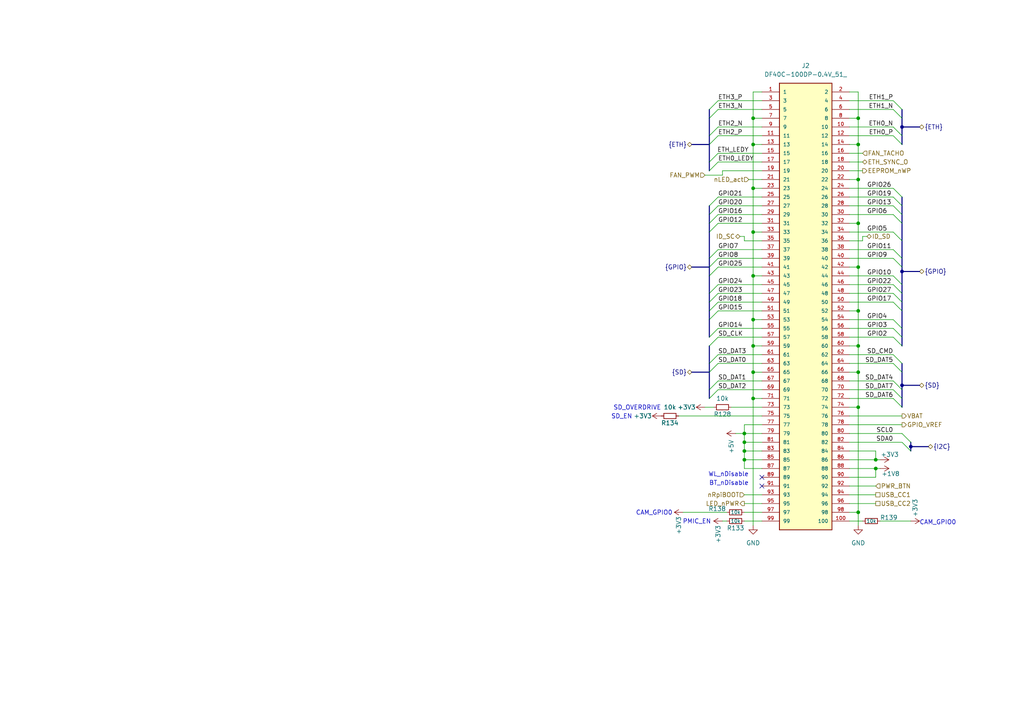
<source format=kicad_sch>
(kicad_sch (version 20250114) (generator "eeschema") (generator_version "9.0")
  (paper "A4")
  (title_block (title "${project_name}") (date "2025-06-24") (rev "${project_version}") (company "${project_creator}") (comment 1 "${project_license}"))
  (lib_symbols
    (symbol "DF40C-100DP-0.4V_51_:DF40C-100DP-0.4V_51_" (pin_names (offset 1.016))
      (property "Reference" "J" (at -7.62 64.262 0))
      (property "Value" "DF40C-100DP-0.4V_51_" (at -11.43 -67.31 0))
      (symbol "DF40C-100DP-0.4V_51__0_0"
        (rectangle (start -7.62 63.5) (end 7.62 -66.04) (stroke (width 0.254)) (fill (type background)))
        (pin passive line (at -12.7 60.96 0) (length 5.08) (name "1") (number "1"))
        (pin passive line (at -12.7 58.42 0) (length 5.08) (name "3") (number "3"))
        (pin passive line (at -12.7 55.88 0) (length 5.08) (name "5") (number "5"))
        (pin passive line (at -12.7 53.34 0) (length 5.08) (name "7") (number "7"))
        (pin passive line (at -12.7 50.8 0) (length 5.08) (name "9") (number "9"))
        (pin passive line (at -12.7 48.26 0) (length 5.08) (name "11") (number "11"))
        (pin passive line (at -12.7 45.72 0) (length 5.08) (name "13") (number "13"))
        (pin passive line (at -12.7 43.18 0) (length 5.08) (name "15") (number "15"))
        (pin passive line (at -12.7 40.64 0) (length 5.08) (name "17") (number "17"))
        (pin passive line (at -12.7 38.1 0) (length 5.08) (name "19") (number "19"))
        (pin passive line (at -12.7 35.56 0) (length 5.08) (name "21") (number "21"))
        (pin passive line (at -12.7 33.02 0) (length 5.08) (name "23") (number "23"))
        (pin passive line (at -12.7 30.48 0) (length 5.08) (name "25") (number "25"))
        (pin passive line (at -12.7 27.94 0) (length 5.08) (name "27") (number "27"))
        (pin passive line (at -12.7 25.4 0) (length 5.08) (name "29") (number "29"))
        (pin passive line (at -12.7 22.86 0) (length 5.08) (name "31") (number "31"))
        (pin passive line (at -12.7 20.32 0) (length 5.08) (name "33") (number "33"))
        (pin passive line (at -12.7 17.78 0) (length 5.08) (name "35") (number "35"))
        (pin passive line (at -12.7 15.24 0) (length 5.08) (name "37") (number "37"))
        (pin passive line (at -12.7 12.7 0) (length 5.08) (name "39") (number "39"))
        (pin passive line (at -12.7 10.16 0) (length 5.08) (name "41") (number "41"))
        (pin passive line (at -12.7 7.62 0) (length 5.08) (name "43") (number "43"))
        (pin passive line (at -12.7 5.08 0) (length 5.08) (name "45") (number "45"))
        (pin passive line (at -12.7 2.54 0) (length 5.08) (name "47") (number "47"))
        (pin passive line (at -12.7 0 0) (length 5.08) (name "49") (number "49"))
        (pin passive line (at -12.7 -2.54 0) (length 5.08) (name "51") (number "51"))
        (pin passive line (at -12.7 -5.08 0) (length 5.08) (name "53") (number "53"))
        (pin passive line (at -12.7 -7.62 0) (length 5.08) (name "55") (number "55"))
        (pin passive line (at -12.7 -10.16 0) (length 5.08) (name "57") (number "57"))
        (pin passive line (at -12.7 -12.7 0) (length 5.08) (name "59") (number "59"))
        (pin passive line (at -12.7 -15.24 0) (length 5.08) (name "61") (number "61"))
        (pin passive line (at -12.7 -17.78 0) (length 5.08) (name "63") (number "63"))
        (pin passive line (at -12.7 -20.32 0) (length 5.08) (name "65") (number "65"))
        (pin passive line (at -12.7 -22.86 0) (length 5.08) (name "67") (number "67"))
        (pin passive line (at -12.7 -25.4 0) (length 5.08) (name "69") (number "69"))
        (pin passive line (at -12.7 -27.94 0) (length 5.08) (name "71") (number "71"))
        (pin passive line (at -12.7 -30.48 0) (length 5.08) (name "73") (number "73"))
        (pin passive line (at -12.7 -33.02 0) (length 5.08) (name "75") (number "75"))
        (pin passive line (at -12.7 -35.56 0) (length 5.08) (name "77") (number "77"))
        (pin passive line (at -12.7 -38.1 0) (length 5.08) (name "79") (number "79"))
        (pin passive line (at -12.7 -40.64 0) (length 5.08) (name "81") (number "81"))
        (pin passive line (at -12.7 -43.18 0) (length 5.08) (name "83") (number "83"))
        (pin passive line (at -12.7 -45.72 0) (length 5.08) (name "85") (number "85"))
        (pin passive line (at -12.7 -48.26 0) (length 5.08) (name "87") (number "87"))
        (pin passive line (at -12.7 -50.8 0) (length 5.08) (name "89") (number "89"))
        (pin passive line (at -12.7 -53.34 0) (length 5.08) (name "91") (number "91"))
        (pin passive line (at -12.7 -55.88 0) (length 5.08) (name "93") (number "93"))
        (pin passive line (at -12.7 -58.42 0) (length 5.08) (name "95") (number "95"))
        (pin passive line (at -12.7 -60.96 0) (length 5.08) (name "97") (number "97"))
        (pin passive line (at -12.7 -63.5 0) (length 5.08) (name "99") (number "99"))
        (pin passive line (at 12.7 60.96 180) (length 5.08) (name "2") (number "2"))
        (pin passive line (at 12.7 58.42 180) (length 5.08) (name "4") (number "4"))
        (pin passive line (at 12.7 55.88 180) (length 5.08) (name "6") (number "6"))
        (pin passive line (at 12.7 53.34 180) (length 5.08) (name "8") (number "8"))
        (pin passive line (at 12.7 50.8 180) (length 5.08) (name "10") (number "10"))
        (pin passive line (at 12.7 48.26 180) (length 5.08) (name "12") (number "12"))
        (pin passive line (at 12.7 45.72 180) (length 5.08) (name "14") (number "14"))
        (pin passive line (at 12.7 43.18 180) (length 5.08) (name "16") (number "16"))
        (pin passive line (at 12.7 40.64 180) (length 5.08) (name "18") (number "18"))
        (pin passive line (at 12.7 38.1 180) (length 5.08) (name "20") (number "20"))
        (pin passive line (at 12.7 35.56 180) (length 5.08) (name "22") (number "22"))
        (pin passive line (at 12.7 33.02 180) (length 5.08) (name "24") (number "24"))
        (pin passive line (at 12.7 30.48 180) (length 5.08) (name "26") (number "26"))
        (pin passive line (at 12.7 27.94 180) (length 5.08) (name "28") (number "28"))
        (pin passive line (at 12.7 25.4 180) (length 5.08) (name "30") (number "30"))
        (pin passive line (at 12.7 22.86 180) (length 5.08) (name "32") (number "32"))
        (pin passive line (at 12.7 20.32 180) (length 5.08) (name "34") (number "34"))
        (pin passive line (at 12.7 17.78 180) (length 5.08) (name "36") (number "36"))
        (pin passive line (at 12.7 15.24 180) (length 5.08) (name "38") (number "38"))
        (pin passive line (at 12.7 12.7 180) (length 5.08) (name "40") (number "40"))
        (pin passive line (at 12.7 10.16 180) (length 5.08) (name "42") (number "42"))
        (pin passive line (at 12.7 7.62 180) (length 5.08) (name "44") (number "44"))
        (pin passive line (at 12.7 5.08 180) (length 5.08) (name "46") (number "46"))
        (pin passive line (at 12.7 2.54 180) (length 5.08) (name "48") (number "48"))
        (pin passive line (at 12.7 0 180) (length 5.08) (name "50") (number "50"))
        (pin passive line (at 12.7 -2.54 180) (length 5.08) (name "52") (number "52"))
        (pin passive line (at 12.7 -5.08 180) (length 5.08) (name "54") (number "54"))
        (pin passive line (at 12.7 -7.62 180) (length 5.08) (name "56") (number "56"))
        (pin passive line (at 12.7 -10.16 180) (length 5.08) (name "58") (number "58"))
        (pin passive line (at 12.7 -12.7 180) (length 5.08) (name "60") (number "60"))
        (pin passive line (at 12.7 -15.24 180) (length 5.08) (name "62") (number "62"))
        (pin passive line (at 12.7 -17.78 180) (length 5.08) (name "64") (number "64"))
        (pin passive line (at 12.7 -20.32 180) (length 5.08) (name "66") (number "66"))
        (pin passive line (at 12.7 -22.86 180) (length 5.08) (name "68") (number "68"))
        (pin passive line (at 12.7 -25.4 180) (length 5.08) (name "70") (number "70"))
        (pin passive line (at 12.7 -27.94 180) (length 5.08) (name "72") (number "72"))
        (pin passive line (at 12.7 -30.48 180) (length 5.08) (name "74") (number "74"))
        (pin passive line (at 12.7 -33.02 180) (length 5.08) (name "76") (number "76"))
        (pin passive line (at 12.7 -35.56 180) (length 5.08) (name "78") (number "78"))
        (pin passive line (at 12.7 -38.1 180) (length 5.08) (name "80") (number "80"))
        (pin passive line (at 12.7 -40.64 180) (length 5.08) (name "82") (number "82"))
        (pin passive line (at 12.7 -43.18 180) (length 5.08) (name "84") (number "84"))
        (pin passive line (at 12.7 -45.72 180) (length 5.08) (name "86") (number "86"))
        (pin passive line (at 12.7 -48.26 180) (length 5.08) (name "88") (number "88"))
        (pin passive line (at 12.7 -50.8 180) (length 5.08) (name "90") (number "90"))
        (pin passive line (at 12.7 -53.34 180) (length 5.08) (name "92") (number "92"))
        (pin passive line (at 12.7 -55.88 180) (length 5.08) (name "94") (number "94"))
        (pin passive line (at 12.7 -58.42 180) (length 5.08) (name "96") (number "96"))
        (pin passive line (at 12.7 -60.96 180) (length 5.08) (name "98") (number "98"))
        (pin passive line (at 12.7 -63.5 180) (length 5.08) (name "100") (number "100"))
      )
    )
    (symbol "Device:R_Small" (pin_numbers (hide yes)) (pin_names (offset 0.254) (hide yes))
      (property "Reference" "R" (at 0.762 0.508 0))
      (property "Value" "R_Small" (at 0.762 -1.016 0))
      (symbol "R_Small_0_1"
        (rectangle (start -0.762 1.778) (end 0.762 -1.778) (stroke (width 0.2032)))
      )
      (symbol "R_Small_1_1"
        (pin passive line (at 0 2.54 270) (length 0.762) (name "~") (number "1"))
        (pin passive line (at 0 -2.54 90) (length 0.762) (name "~") (number "2"))
      )
    )
    (symbol "power:+1V8" (power) (pin_names (offset 0))
      (property "Value" "+1V8" (at 0 3.556 0))
      (symbol "+1V8_0_1"
        (polyline (pts (xy -0.762 1.27) (xy 0 2.54)))
        (polyline (pts (xy 0 2.54) (xy 0.762 1.27)))
        (polyline (pts (xy 0 0) (xy 0 2.54)))
      )
      (symbol "+1V8_1_1"
        (pin power_in line (at 0 0 90) (length 0) (hide yes) (name "+1V8") (number "1"))
      )
    )
    (symbol "power:+3V3" (power) (pin_names (offset 0))
      (property "Value" "+3V3" (at 0 3.556 0))
      (symbol "+3V3_0_1"
        (polyline (pts (xy -0.762 1.27) (xy 0 2.54)))
        (polyline (pts (xy 0 2.54) (xy 0.762 1.27)))
        (polyline (pts (xy 0 0) (xy 0 2.54)))
      )
      (symbol "+3V3_1_1"
        (pin power_in line (at 0 0 90) (length 0) (hide yes) (name "+3V3") (number "1"))
      )
    )
    (symbol "power:+5V" (power) (pin_names (offset 0))
      (property "Value" "+5V" (at 0 3.556 0))
      (symbol "+5V_0_1"
        (polyline (pts (xy -0.762 1.27) (xy 0 2.54)))
        (polyline (pts (xy 0 2.54) (xy 0.762 1.27)))
        (polyline (pts (xy 0 0) (xy 0 2.54)))
      )
      (symbol "+5V_1_1"
        (pin power_in line (at 0 0 90) (length 0) (hide yes) (name "+5V") (number "1"))
      )
    )
    (symbol "power:GND" (power) (pin_names (offset 0))
      (property "Value" "GND" (at 0 -3.81 0))
      (symbol "GND_0_1"
        (polyline (pts (xy 0 0) (xy 0 -1.27) (xy 1.27 -1.27) (xy 0 -2.54) (xy -1.27 -1.27) (xy 0 -1.27)))
      )
      (symbol "GND_1_1"
        (pin power_in line (at 0 0 270) (length 0) (hide yes) (name "GND") (number "1"))
      )
    )
  )
  (bus_alias "ETH" (members "ETH0_P" "ETH0_N" "ETH1_P" "ETH1_N" "ETH0_LEDG" "ETH0_LEDY" "ETH2_P" "ETH2_N" "ETH3_P" "ETH3_N"))
  (bus_alias "GPIO" (members "GPIO26" "GPIO19" "GPIO13" "GPIO6" "GPIO5" "GPIO11" "GPIO9" "GPIO10" "GPIO22" "GPIO27" "GPIO17" "GPIO4" "GPIO3" "GPIO2" "GPIO21" "GPIO20" "GPIO16" "GPIO12" "GPIO7" "GPIO8" "GPIO25" "GPIO24" "GPIO23" "GPIO18" "GPIO15" "GPIO14"))
  (bus_alias "I2C" (members "SCL0" "SDA0"))
  (bus_alias "SD" (members "SD_CLK" "SD_CMD" "SD_DAT0" "SD_DAT1" "SD_DAT2" "SD_DAT3" "SD_DAT4" "SD_DAT5" "SD_DAT6" "SD_DAT7"))
  (text "SD_EN" (at 183.388 120.904 0) (effects (font (size 1.27 1.27)) (justify right)))
  (text "SD_OVERDRIVE" (at 191.77 118.364 0) (effects (font (size 1.27 1.27)) (justify right)))
  (text "PMIC_EN" (at 206.248 151.384 0) (effects (font (size 1.27 1.27)) (justify right)))
  (text "CAM_GPIO0" (at 195.072 148.844 0) (effects (font (size 1.27 1.27)) (justify right)))
  (text "WL_nDisable" (at 217.17 138.43 0) (effects (font (size 1.27 1.27)) (justify right bottom)))
  (text "CAM_GPIO0" (at 266.7 151.638 0) (effects (font (size 1.27 1.27)) (justify left)))
  (text "BT_nDisable" (at 217.17 140.97 0) (effects (font (size 1.27 1.27)) (justify right bottom)))
  (junction (at 215.9 130.81))
  (junction (at 248.92 90.17))
  (junction (at 248.92 148.59))
  (junction (at 218.44 115.57))
  (junction (at 254 133.35))
  (junction (at 254 135.89))
  (junction (at 218.44 107.95))
  (junction (at 248.92 118.11))
  (junction (at 218.44 80.01))
  (junction (at 215.9 128.27))
  (junction (at 261.62 111.76))
  (junction (at 248.92 100.33))
  (junction (at 248.92 77.47))
  (junction (at 248.92 41.91))
  (junction (at 261.62 36.83))
  (junction (at 261.62 78.74))
  (junction (at 264.16 129.54))
  (junction (at 215.9 125.73))
  (junction (at 215.9 133.35))
  (junction (at 248.92 64.77))
  (junction (at 218.44 92.71))
  (junction (at 248.92 34.29))
  (junction (at 218.44 100.33))
  (junction (at 248.92 107.95))
  (junction (at 218.44 54.61))
  (junction (at 248.92 52.07))
  (junction (at 218.44 41.91))
  (junction (at 218.44 34.29))
  (junction (at 218.44 67.31))
  (no_connect (at 220.98 138.43))
  (no_connect (at 220.98 140.97))
  (bus_entry (at 259.08 59.69) (size 2.54 2.54))
  (bus_entry (at 259.08 36.83) (size 2.54 2.54))
  (bus_entry (at 261.62 125.73) (size 2.54 2.54))
  (bus_entry (at 259.08 57.15) (size 2.54 2.54))
  (bus_entry (at 259.08 62.23) (size 2.54 2.54))
  (bus_entry (at 208.28 57.15) (size -2.54 2.54))
  (bus_entry (at 208.28 97.79) (size -2.54 2.54))
  (bus_entry (at 208.28 110.49) (size -2.54 2.54))
  (bus_entry (at 259.08 39.37) (size 2.54 2.54))
  (bus_entry (at 208.28 105.41) (size -2.54 2.54))
  (bus_entry (at 208.28 39.37) (size -2.54 2.54))
  (bus_entry (at 208.28 95.25) (size -2.54 2.54))
  (bus_entry (at 208.28 74.93) (size -2.54 2.54))
  (bus_entry (at 259.08 54.61) (size 2.54 2.54))
  (bus_entry (at 259.08 97.79) (size 2.54 2.54))
  (bus_entry (at 259.08 80.01) (size 2.54 2.54))
  (bus_entry (at 261.62 128.27) (size 2.54 2.54))
  (bus_entry (at 208.28 29.21) (size -2.54 2.54))
  (bus_entry (at 259.08 67.31) (size 2.54 2.54))
  (bus_entry (at 208.28 36.83) (size -2.54 2.54))
  (bus_entry (at 208.28 62.23) (size -2.54 2.54))
  (bus_entry (at 208.28 90.17) (size -2.54 2.54))
  (bus_entry (at 259.08 31.75) (size 2.54 2.54))
  (bus_entry (at 208.28 113.03) (size -2.54 2.54))
  (bus_entry (at 259.08 29.21) (size 2.54 2.54))
  (bus_entry (at 259.08 105.41) (size 2.54 2.54))
  (bus_entry (at 208.28 102.87) (size -2.54 2.54))
  (bus_entry (at 259.08 74.93) (size 2.54 2.54))
  (bus_entry (at 259.08 102.87) (size 2.54 2.54))
  (bus_entry (at 259.08 113.03) (size 2.54 2.54))
  (bus_entry (at 208.28 77.47) (size -2.54 2.54))
  (bus_entry (at 208.28 44.45) (size -2.54 2.54))
  (bus_entry (at 208.28 82.55) (size -2.54 2.54))
  (bus_entry (at 259.08 95.25) (size 2.54 2.54))
  (bus_entry (at 259.08 82.55) (size 2.54 2.54))
  (bus_entry (at 208.28 87.63) (size -2.54 2.54))
  (bus_entry (at 208.28 31.75) (size -2.54 2.54))
  (bus_entry (at 259.08 92.71) (size 2.54 2.54))
  (bus_entry (at 208.28 59.69) (size -2.54 2.54))
  (bus_entry (at 208.28 46.99) (size -2.54 2.54))
  (bus_entry (at 259.08 85.09) (size 2.54 2.54))
  (bus_entry (at 259.08 87.63) (size 2.54 2.54))
  (bus_entry (at 259.08 115.57) (size 2.54 2.54))
  (bus_entry (at 259.08 72.39) (size 2.54 2.54))
  (bus_entry (at 259.08 110.49) (size 2.54 2.54))
  (bus_entry (at 208.28 85.09) (size -2.54 2.54))
  (bus_entry (at 208.28 72.39) (size -2.54 2.54))
  (bus_entry (at 208.28 64.77) (size -2.54 2.54))
  (wire (pts (xy 218.44 107.95) (xy 220.98 107.95)))
  (bus (pts (xy 261.62 34.29) (xy 261.62 36.83)))
  (bus (pts (xy 205.74 113.03) (xy 205.74 115.57)))
  (wire (pts (xy 246.38 82.55) (xy 259.08 82.55)))
  (bus (pts (xy 261.62 78.74) (xy 266.7 78.74)))
  (wire (pts (xy 248.92 107.95) (xy 248.92 100.33)))
  (wire (pts (xy 218.44 80.01) (xy 220.98 80.01)))
  (wire (pts (xy 218.44 41.91) (xy 220.98 41.91)))
  (wire (pts (xy 255.27 151.13) (xy 264.16 151.13)))
  (wire (pts (xy 208.28 74.93) (xy 220.98 74.93)))
  (wire (pts (xy 218.44 67.31) (xy 218.44 80.01)))
  (bus (pts (xy 264.16 129.54) (xy 269.24 129.54)))
  (wire (pts (xy 248.92 148.59) (xy 248.92 152.4)))
  (wire (pts (xy 246.38 148.59) (xy 248.92 148.59)))
  (bus (pts (xy 261.62 95.25) (xy 261.62 97.79)))
  (wire (pts (xy 215.9 148.59) (xy 220.98 148.59)))
  (wire (pts (xy 246.38 133.35) (xy 254 133.35)))
  (wire (pts (xy 250.19 69.85) (xy 246.38 69.85)))
  (bus (pts (xy 205.74 105.41) (xy 205.74 107.95)))
  (wire (pts (xy 250.19 68.58) (xy 250.19 69.85)))
  (bus (pts (xy 200.66 77.47) (xy 205.74 77.47)))
  (wire (pts (xy 246.38 151.13) (xy 250.19 151.13)))
  (wire (pts (xy 246.38 107.95) (xy 248.92 107.95)))
  (wire (pts (xy 218.44 92.71) (xy 220.98 92.71)))
  (wire (pts (xy 250.19 68.58) (xy 251.46 68.58)))
  (wire (pts (xy 246.38 110.49) (xy 259.08 110.49)))
  (bus (pts (xy 261.62 85.09) (xy 261.62 87.63)))
  (wire (pts (xy 246.38 100.33) (xy 248.92 100.33)))
  (wire (pts (xy 248.92 52.07) (xy 248.92 41.91)))
  (wire (pts (xy 248.92 90.17) (xy 248.92 77.47)))
  (bus (pts (xy 205.74 34.29) (xy 205.74 39.37)))
  (wire (pts (xy 218.44 115.57) (xy 220.98 115.57)))
  (bus (pts (xy 205.74 74.93) (xy 205.74 77.47)))
  (wire (pts (xy 246.38 115.57) (xy 259.08 115.57)))
  (wire (pts (xy 248.92 41.91) (xy 248.92 34.29)))
  (bus (pts (xy 205.74 92.71) (xy 205.74 97.79)))
  (wire (pts (xy 208.28 90.17) (xy 220.98 90.17)))
  (bus (pts (xy 261.62 69.85) (xy 261.62 74.93)))
  (wire (pts (xy 246.38 143.51) (xy 254 143.51)))
  (bus (pts (xy 261.62 36.83) (xy 261.62 39.37)))
  (wire (pts (xy 246.38 57.15) (xy 259.08 57.15)))
  (wire (pts (xy 208.28 87.63) (xy 220.98 87.63)))
  (wire (pts (xy 246.38 64.77) (xy 248.92 64.77)))
  (wire (pts (xy 198.12 148.59) (xy 210.82 148.59)))
  (bus (pts (xy 261.62 82.55) (xy 261.62 85.09)))
  (wire (pts (xy 218.44 41.91) (xy 218.44 54.61)))
  (wire (pts (xy 255.27 133.35) (xy 254 133.35)))
  (bus (pts (xy 205.74 85.09) (xy 205.74 87.63)))
  (wire (pts (xy 208.28 102.87) (xy 220.98 102.87)))
  (wire (pts (xy 208.28 57.15) (xy 220.98 57.15)))
  (wire (pts (xy 248.92 64.77) (xy 248.92 52.07)))
  (bus (pts (xy 205.74 100.33) (xy 205.74 105.41)))
  (wire (pts (xy 254 138.43) (xy 254 135.89)))
  (wire (pts (xy 218.44 34.29) (xy 220.98 34.29)))
  (wire (pts (xy 246.38 146.05) (xy 254 146.05)))
  (bus (pts (xy 200.66 107.95) (xy 205.74 107.95)))
  (wire (pts (xy 218.44 34.29) (xy 218.44 41.91)))
  (bus (pts (xy 205.74 90.17) (xy 205.74 92.71)))
  (wire (pts (xy 215.9 68.58) (xy 215.9 69.85)))
  (wire (pts (xy 246.38 46.99) (xy 250.19 46.99)))
  (bus (pts (xy 261.62 64.77) (xy 261.62 69.85)))
  (wire (pts (xy 218.44 100.33) (xy 220.98 100.33)))
  (wire (pts (xy 246.38 102.87) (xy 259.08 102.87)))
  (wire (pts (xy 215.9 151.13) (xy 220.98 151.13)))
  (bus (pts (xy 205.74 41.91) (xy 205.74 46.99)))
  (wire (pts (xy 208.28 77.47) (xy 220.98 77.47)))
  (wire (pts (xy 246.38 90.17) (xy 248.92 90.17)))
  (bus (pts (xy 261.62 59.69) (xy 261.62 62.23)))
  (wire (pts (xy 246.38 97.79) (xy 259.08 97.79)))
  (wire (pts (xy 246.38 92.71) (xy 259.08 92.71)))
  (wire (pts (xy 246.38 52.07) (xy 248.92 52.07)))
  (wire (pts (xy 246.38 39.37) (xy 259.08 39.37)))
  (wire (pts (xy 246.38 113.03) (xy 259.08 113.03)))
  (wire (pts (xy 248.92 34.29) (xy 248.92 26.67)))
  (wire (pts (xy 208.28 44.45) (xy 220.98 44.45)))
  (wire (pts (xy 220.98 135.89) (xy 215.9 135.89)))
  (bus (pts (xy 261.62 111.76) (xy 266.7 111.76)))
  (wire (pts (xy 246.38 34.29) (xy 248.92 34.29)))
  (wire (pts (xy 196.85 120.65) (xy 220.98 120.65)))
  (wire (pts (xy 254 135.89) (xy 246.38 135.89)))
  (wire (pts (xy 208.28 62.23) (xy 220.98 62.23)))
  (bus (pts (xy 264.16 128.27) (xy 264.16 129.54)))
  (bus (pts (xy 205.74 39.37) (xy 205.74 41.91)))
  (wire (pts (xy 246.38 72.39) (xy 259.08 72.39)))
  (wire (pts (xy 218.44 115.57) (xy 218.44 152.4)))
  (wire (pts (xy 246.38 59.69) (xy 259.08 59.69)))
  (bus (pts (xy 205.74 80.01) (xy 205.74 85.09)))
  (wire (pts (xy 215.9 133.35) (xy 215.9 130.81)))
  (wire (pts (xy 218.44 107.95) (xy 218.44 115.57)))
  (wire (pts (xy 246.38 77.47) (xy 248.92 77.47)))
  (wire (pts (xy 208.28 36.83) (xy 220.98 36.83)))
  (wire (pts (xy 246.38 128.27) (xy 261.62 128.27)))
  (wire (pts (xy 246.38 120.65) (xy 261.62 120.65)))
  (wire (pts (xy 246.38 44.45) (xy 250.19 44.45)))
  (wire (pts (xy 215.9 128.27) (xy 215.9 125.73)))
  (bus (pts (xy 205.74 62.23) (xy 205.74 64.77)))
  (wire (pts (xy 215.9 130.81) (xy 215.9 128.27)))
  (wire (pts (xy 246.38 130.81) (xy 254 130.81)))
  (bus (pts (xy 261.62 97.79) (xy 261.62 100.33)))
  (wire (pts (xy 254 133.35) (xy 254 130.81)))
  (wire (pts (xy 215.9 69.85) (xy 220.98 69.85)))
  (bus (pts (xy 261.62 105.41) (xy 261.62 107.95)))
  (bus (pts (xy 261.62 115.57) (xy 261.62 118.11)))
  (wire (pts (xy 218.44 67.31) (xy 220.98 67.31)))
  (wire (pts (xy 218.44 54.61) (xy 218.44 67.31)))
  (wire (pts (xy 246.38 123.19) (xy 261.62 123.19)))
  (wire (pts (xy 246.38 138.43) (xy 254 138.43)))
  (wire (pts (xy 214.63 68.58) (xy 215.9 68.58)))
  (bus (pts (xy 261.62 31.75) (xy 261.62 34.29)))
  (wire (pts (xy 204.47 50.8) (xy 209.55 50.8)))
  (wire (pts (xy 215.9 135.89) (xy 215.9 133.35)))
  (wire (pts (xy 246.38 118.11) (xy 248.92 118.11)))
  (wire (pts (xy 208.28 95.25) (xy 220.98 95.25)))
  (wire (pts (xy 209.55 49.53) (xy 220.98 49.53)))
  (bus (pts (xy 205.74 46.99) (xy 205.74 49.53)))
  (wire (pts (xy 246.38 41.91) (xy 248.92 41.91)))
  (wire (pts (xy 220.98 26.67) (xy 218.44 26.67)))
  (wire (pts (xy 208.28 113.03) (xy 220.98 113.03)))
  (wire (pts (xy 246.38 140.97) (xy 254 140.97)))
  (wire (pts (xy 208.28 29.21) (xy 220.98 29.21)))
  (wire (pts (xy 248.92 148.59) (xy 248.92 118.11)))
  (wire (pts (xy 248.92 77.47) (xy 248.92 64.77)))
  (wire (pts (xy 209.55 50.8) (xy 209.55 49.53)))
  (bus (pts (xy 261.62 74.93) (xy 261.62 77.47)))
  (wire (pts (xy 213.36 125.73) (xy 215.9 125.73)))
  (wire (pts (xy 209.55 151.13) (xy 210.82 151.13)))
  (wire (pts (xy 208.28 82.55) (xy 220.98 82.55)))
  (bus (pts (xy 261.62 62.23) (xy 261.62 64.77)))
  (bus (pts (xy 261.62 90.17) (xy 261.62 95.25)))
  (wire (pts (xy 246.38 74.93) (xy 259.08 74.93)))
  (wire (pts (xy 217.17 52.07) (xy 220.98 52.07)))
  (bus (pts (xy 264.16 129.54) (xy 264.16 130.81)))
  (wire (pts (xy 215.9 125.73) (xy 220.98 125.73)))
  (wire (pts (xy 218.44 26.67) (xy 218.44 34.29)))
  (bus (pts (xy 205.74 77.47) (xy 205.74 80.01)))
  (wire (pts (xy 248.92 26.67) (xy 246.38 26.67)))
  (bus (pts (xy 261.62 57.15) (xy 261.62 59.69)))
  (wire (pts (xy 218.44 80.01) (xy 218.44 92.71)))
  (wire (pts (xy 208.28 110.49) (xy 220.98 110.49)))
  (wire (pts (xy 208.28 46.99) (xy 220.98 46.99)))
  (wire (pts (xy 246.38 36.83) (xy 259.08 36.83)))
  (wire (pts (xy 204.47 118.11) (xy 207.01 118.11)))
  (wire (pts (xy 246.38 31.75) (xy 259.08 31.75)))
  (wire (pts (xy 248.92 100.33) (xy 248.92 90.17)))
  (wire (pts (xy 208.28 72.39) (xy 220.98 72.39)))
  (bus (pts (xy 205.74 59.69) (xy 205.74 62.23)))
  (wire (pts (xy 246.38 49.53) (xy 250.19 49.53)))
  (bus (pts (xy 261.62 78.74) (xy 261.62 82.55)))
  (bus (pts (xy 205.74 87.63) (xy 205.74 90.17)))
  (wire (pts (xy 215.9 130.81) (xy 220.98 130.81)))
  (wire (pts (xy 208.28 31.75) (xy 220.98 31.75)))
  (wire (pts (xy 215.9 133.35) (xy 220.98 133.35)))
  (bus (pts (xy 205.74 107.95) (xy 205.74 113.03)))
  (wire (pts (xy 208.28 39.37) (xy 220.98 39.37)))
  (wire (pts (xy 246.38 95.25) (xy 259.08 95.25)))
  (wire (pts (xy 246.38 29.21) (xy 259.08 29.21)))
  (bus (pts (xy 261.62 39.37) (xy 261.62 41.91)))
  (bus (pts (xy 261.62 107.95) (xy 261.62 111.76)))
  (wire (pts (xy 215.9 123.19) (xy 220.98 123.19)))
  (wire (pts (xy 246.38 80.01) (xy 259.08 80.01)))
  (bus (pts (xy 261.62 87.63) (xy 261.62 90.17)))
  (wire (pts (xy 208.28 59.69) (xy 220.98 59.69)))
  (wire (pts (xy 246.38 125.73) (xy 261.62 125.73)))
  (wire (pts (xy 246.38 87.63) (xy 259.08 87.63)))
  (wire (pts (xy 212.09 118.11) (xy 220.98 118.11)))
  (wire (pts (xy 218.44 54.61) (xy 220.98 54.61)))
  (wire (pts (xy 208.28 105.41) (xy 220.98 105.41)))
  (wire (pts (xy 208.28 97.79) (xy 220.98 97.79)))
  (wire (pts (xy 246.38 85.09) (xy 259.08 85.09)))
  (wire (pts (xy 218.44 92.71) (xy 218.44 100.33)))
  (wire (pts (xy 215.9 125.73) (xy 215.9 123.19)))
  (wire (pts (xy 248.92 118.11) (xy 248.92 107.95)))
  (bus (pts (xy 261.62 111.76) (xy 261.62 113.03)))
  (wire (pts (xy 215.9 143.51) (xy 220.98 143.51)))
  (wire (pts (xy 246.38 105.41) (xy 259.08 105.41)))
  (wire (pts (xy 215.9 128.27) (xy 220.98 128.27)))
  (wire (pts (xy 208.28 64.77) (xy 220.98 64.77)))
  (bus (pts (xy 205.74 31.75) (xy 205.74 34.29)))
  (bus (pts (xy 205.74 64.77) (xy 205.74 67.31)))
  (wire (pts (xy 246.38 54.61) (xy 259.08 54.61)))
  (bus (pts (xy 200.66 41.91) (xy 205.74 41.91)))
  (bus (pts (xy 261.62 77.47) (xy 261.62 78.74)))
  (wire (pts (xy 215.9 146.05) (xy 220.98 146.05)))
  (bus (pts (xy 261.62 36.83) (xy 266.7 36.83)))
  (wire (pts (xy 208.28 85.09) (xy 220.98 85.09)))
  (bus (pts (xy 205.74 67.31) (xy 205.74 74.93)))
  (wire (pts (xy 246.38 67.31) (xy 259.08 67.31)))
  (wire (pts (xy 246.38 62.23) (xy 259.08 62.23)))
  (wire (pts (xy 255.27 135.89) (xy 254 135.89)))
  (bus (pts (xy 261.62 113.03) (xy 261.62 115.57)))
  (wire (pts (xy 218.44 100.33) (xy 218.44 107.95)))
  (label "GPIO21" (at 208.28 57.15 0))
  (label "SD_DAT7" (at 259.08 113.03 180))
  (label "GPIO6" (at 251.46 62.23 0))
  (label "SD_DAT2" (at 208.28 113.03 0))
  (label "GPIO14" (at 208.28 95.25 0))
  (label "GPIO12" (at 208.28 64.77 0))
  (label "ETH0_LEDY" (at 208.28 46.99 0))
  (label "GPIO18" (at 208.28 87.63 0) (effects (font (size 1.25 1.25))))
  (label "ETH3_N" (at 208.28 31.75 0))
  (label "GPIO11" (at 251.46 72.39 0))
  (label "SD_DAT5" (at 259.08 105.41 180))
  (label "GPIO23" (at 208.28 85.09 0))
  (label "GPIO13" (at 251.46 59.69 0))
  (label "ETH1_N" (at 259.08 31.75 180))
  (label "ETH1_P" (at 259.08 29.21 180))
  (label "ETH2_N" (at 208.28 36.83 0))
  (label "GPIO3" (at 251.46 95.25 0))
  (label "SD_CLK" (at 208.28 97.79 0))
  (label "SDA0" (at 259.08 128.27 180))
  (label "GPIO10" (at 251.46 80.01 0))
  (label "GPIO9" (at 251.46 74.93 0))
  (label "GPIO22" (at 251.46 82.55 0))
  (label "SCL0" (at 259.08 125.73 180))
  (label "GPIO15" (at 208.28 90.17 0))
  (label "GPIO16" (at 208.28 62.23 0))
  (label "GPIO26" (at 251.46 54.61 0))
  (label "SD_CMD" (at 259.08 102.87 180))
  (label "ETH_LEDY" (at 217.17 44.45 180))
  (label "GPIO4" (at 251.46 92.71 0))
  (label "SD_DAT0" (at 208.28 105.41 0))
  (label "GPIO19" (at 251.46 57.15 0))
  (label "GPIO8" (at 208.28 74.93 0))
  (label "GPIO20" (at 208.28 59.69 0))
  (label "GPIO25" (at 208.28 77.47 0))
  (label "SD_DAT1" (at 208.28 110.49 0))
  (label "GPIO7" (at 208.28 72.39 0))
  (label "SD_DAT4" (at 259.08 110.49 180))
  (label "SD_DAT3" (at 208.28 102.87 0))
  (label "ETH3_P" (at 208.28 29.21 0))
  (label "GPIO5" (at 251.46 67.31 0))
  (label "ETH0_N" (at 259.08 36.83 180))
  (label "GPIO2" (at 251.46 97.79 0))
  (label "GPIO17" (at 251.46 87.63 0))
  (label "ETH0_P" (at 259.08 39.37 180))
  (label "GPIO27" (at 251.46 85.09 0))
  (label "GPIO24" (at 208.28 82.55 0))
  (label "ETH2_P" (at 208.28 39.37 0))
  (label "SD_DAT6" (at 259.08 115.57 180))
  (hierarchical_label "ID_SC" (shape bidirectional) (at 214.63 68.58 180))
  (hierarchical_label "PWR_BTN" (shape input) (at 254 140.97 0))
  (hierarchical_label "{GPIO}" (shape bidirectional) (at 266.7 78.74 0))
  (hierarchical_label "{SD}" (shape bidirectional) (at 200.66 107.95 180))
  (hierarchical_label "ID_SD" (shape bidirectional) (at 251.46 68.58 0) (effects (font (size 1.25 1.25))))
  (hierarchical_label "USB_CC2" (shape passive) (at 254 146.05 0))
  (hierarchical_label "FAN_TACHO" (shape input) (at 250.19 44.45 0))
  (hierarchical_label "nRpiBOOT" (shape input) (at 215.9 143.51 180))
  (hierarchical_label "FAN_PWM" (shape input) (at 204.47 50.8 180))
  (hierarchical_label "{ETH}" (shape bidirectional) (at 266.7 36.83 0))
  (hierarchical_label "{GPIO}" (shape bidirectional) (at 200.66 77.47 180))
  (hierarchical_label "ETH_SYNC_O" (shape bidirectional) (at 250.19 46.99 0))
  (hierarchical_label "{SD}" (shape bidirectional) (at 266.7 111.76 0))
  (hierarchical_label "nLED_act" (shape input) (at 217.17 52.07 180))
  (hierarchical_label "EEPROM_nWP" (shape output) (at 250.19 49.53 0))
  (hierarchical_label "{I2C}" (shape bidirectional) (at 269.24 129.54 0))
  (hierarchical_label "GPIO_VREF" (shape output) (at 261.62 123.19 0))
  (hierarchical_label "VBAT" (shape output) (at 261.62 120.65 0))
  (hierarchical_label "USB_CC1" (shape passive) (at 254 143.51 0))
  (hierarchical_label "LED_nPWR" (shape output) (at 215.9 146.05 180))
  (hierarchical_label "{ETH}" (shape bidirectional) (at 200.66 41.91 180))
  (symbol (lib_id "DF40C-100DP-0.4V_51_:DF40C-100DP-0.4V_51_") (at 233.68 87.63 0) (unit 1)
    (property "Reference" "J2" (at 233.68 19.05 0))
    (property "Value" "DF40C-100DP-0.4V_51_" (at 233.68 21.59 0))
    (property "Footprint" "ulx5m-gs:HRS_DF40C-100DP-0.4V_51_" (effects (hide yes)))
    (property "MP" "DF40C-100DP-0.4V(51)" (effects (hide yes)))
  )
  (symbol (lib_id "power:+3V3") (at 209.55 151.13 90) (unit 1)
    (property "Reference" "#PWR06" (effects (hide yes)))
    (property "Value" "+3V3" (at 208.28 154.94 0))
  )
  (symbol (lib_id "Device:R_Small") (at 213.36 151.13 90) (unit 1)
    (property "Reference" "R133" (at 213.36 153.162 90))
    (property "Value" "10k" (at 213.36 151.13 90) (effects (font (size 1 1))))
    (property "Footprint" "Resistor_SMD:R_0402_1005Metric" (effects (hide yes)))
  )
  (symbol (lib_id "power:+3V3") (at 198.12 148.59 90) (unit 1)
    (property "Reference" "#PWR079" (effects (hide yes)))
    (property "Value" "+3V3" (at 196.85 152.4 0))
  )
  (symbol (lib_id "power:+5V") (at 213.36 125.73 90) (unit 1)
    (property "Reference" "#PWR04" (effects (hide yes)))
    (property "Value" "+5V" (at 212.09 129.54 0))
  )
  (symbol (lib_id "Device:R_Small") (at 213.36 148.59 90) (unit 1)
    (property "Reference" "R138" (at 208.026 147.574 90))
    (property "Value" "10k" (at 213.36 148.59 90) (effects (font (size 1 1))))
    (property "Footprint" "Resistor_SMD:R_0402_1005Metric" (effects (hide yes)))
  )
  (symbol (lib_id "power:GND") (at 218.44 152.4 0) (unit 1)
    (property "Reference" "#PWR07" (effects (hide yes)))
    (property "Value" "GND" (at 218.44 157.48 0))
  )
  (symbol (lib_id "Device:R_Small") (at 252.73 151.13 90) (unit 1)
    (property "Reference" "R139" (at 257.81 150.114 90))
    (property "Value" "10k" (at 252.73 151.13 90) (effects (font (size 1 1))))
    (property "Footprint" "Resistor_SMD:R_0402_1005Metric" (effects (hide yes)))
  )
  (symbol (lib_id "power:GND") (at 248.92 152.4 0) (unit 1)
    (property "Reference" "#PWR08" (effects (hide yes)))
    (property "Value" "GND" (at 248.92 157.48 0))
  )
  (symbol (lib_id "Device:R_Small") (at 209.55 118.11 90) (unit 1)
    (property "Reference" "R128" (at 209.55 120.142 90))
    (property "Value" "10k" (at 209.55 115.57 90))
    (property "Footprint" "Resistor_SMD:R_0402_1005Metric" (effects (hide yes)))
  )
  (symbol (lib_id "power:+3V3") (at 255.27 133.35 270) (unit 1)
    (property "Reference" "#PWR011" (effects (hide yes)))
    (property "Value" "+3V3" (at 258.064 131.826 90))
  )
  (symbol (lib_id "power:+3V3") (at 204.47 118.11 90) (unit 1)
    (property "Reference" "#PWR05" (effects (hide yes)))
    (property "Value" "+3V3" (at 199.136 118.11 90))
  )
  (symbol (lib_id "power:+3V3") (at 191.77 120.65 90) (unit 1)
    (property "Reference" "#PWR09" (effects (hide yes)))
    (property "Value" "+3V3" (at 186.436 120.65 90))
  )
  (symbol (lib_id "power:+1V8") (at 255.27 135.89 270) (unit 1)
    (property "Reference" "#PWR010" (effects (hide yes)))
    (property "Value" "+1V8" (at 258.318 137.414 90))
  )
  (symbol (lib_id "power:+3V3") (at 264.16 151.13 270) (unit 1)
    (property "Reference" "#PWR080" (effects (hide yes)))
    (property "Value" "+3V3" (at 265.43 147.32 0))
  )
  (symbol (lib_id "Device:R_Small") (at 194.31 120.65 90) (unit 1)
    (property "Reference" "R134" (at 194.31 122.682 90))
    (property "Value" "10k" (at 194.31 118.11 90))
    (property "Footprint" "Resistor_SMD:R_0402_1005Metric" (effects (hide yes)))
  )
)
</source>
